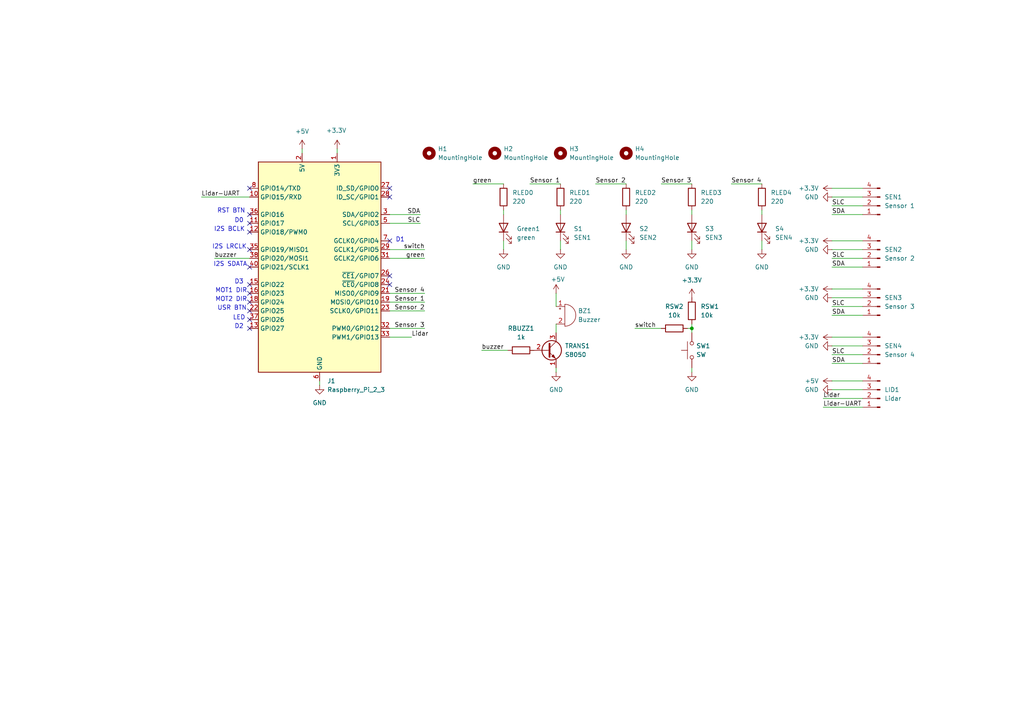
<source format=kicad_sch>
(kicad_sch (version 20231120) (generator "eeschema") (generator_version "8.0")
  (paper "A4")
  (lib_symbols
    (symbol "Connector:Conn_01x04_Pin" (pin_names (offset 1.016) hide)
      (property "Reference" "J" (at 0 5.08 0))
      (property "Value" "Conn_01x04_Pin" (at 0 -7.62 0))
      (symbol "Conn_01x04_Pin_1_1"
        (polyline (pts (xy 1.27 -5.08) (xy 0.8636 -5.08)) (stroke (width 0.1524)))
        (polyline (pts (xy 1.27 -2.54) (xy 0.8636 -2.54)) (stroke (width 0.1524)))
        (polyline (pts (xy 1.27 0) (xy 0.8636 0)) (stroke (width 0.1524)))
        (polyline (pts (xy 1.27 2.54) (xy 0.8636 2.54)) (stroke (width 0.1524)))
        (rectangle (start 0.8636 -4.953) (end 0 -5.207) (stroke (width 0.1524)) (fill (type outline)))
        (rectangle (start 0.8636 -2.413) (end 0 -2.667) (stroke (width 0.1524)) (fill (type outline)))
        (rectangle (start 0.8636 0.127) (end 0 -0.127) (stroke (width 0.1524)) (fill (type outline)))
        (rectangle (start 0.8636 2.667) (end 0 2.413) (stroke (width 0.1524)) (fill (type outline)))
        (pin passive line (at 5.08 2.54 180) (length 3.81) (name "Pin_1") (number "1"))
        (pin passive line (at 5.08 0 180) (length 3.81) (name "Pin_2") (number "2"))
        (pin passive line (at 5.08 -2.54 180) (length 3.81) (name "Pin_3") (number "3"))
        (pin passive line (at 5.08 -5.08 180) (length 3.81) (name "Pin_4") (number "4"))
      )
    )
    (symbol "Connector:Raspberry_Pi_2_3"
      (property "Reference" "J" (at -17.78 31.75 0))
      (property "Value" "Raspberry_Pi_2_3" (at 10.16 -31.75 0))
      (symbol "Raspberry_Pi_2_3_0_1"
        (rectangle (start -17.78 30.48) (end 17.78 -30.48) (stroke (width 0.254)) (fill (type background)))
      )
      (symbol "Raspberry_Pi_2_3_1_1"
        (pin power_in line (at 5.08 33.02 270) (length 2.54) (name "3V3") (number "1"))
        (pin bidirectional line (at -20.32 20.32 0) (length 2.54) (name "GPIO15/RXD") (number "10"))
        (pin bidirectional line (at -20.32 12.7 0) (length 2.54) (name "GPIO17") (number "11"))
        (pin bidirectional line (at -20.32 10.16 0) (length 2.54) (name "GPIO18/PWM0") (number "12"))
        (pin bidirectional line (at -20.32 -17.78 0) (length 2.54) (name "GPIO27") (number "13"))
        (pin passive line (at 0 -33.02 90) (length 2.54) hide (name "GND") (number "14"))
        (pin bidirectional line (at -20.32 -5.08 0) (length 2.54) (name "GPIO22") (number "15"))
        (pin bidirectional line (at -20.32 -7.62 0) (length 2.54) (name "GPIO23") (number "16"))
        (pin passive line (at 5.08 33.02 270) (length 2.54) hide (name "3V3") (number "17"))
        (pin bidirectional line (at -20.32 -10.16 0) (length 2.54) (name "GPIO24") (number "18"))
        (pin bidirectional line (at 20.32 -10.16 180) (length 2.54) (name "MOSI0/GPIO10") (number "19"))
        (pin power_in line (at -5.08 33.02 270) (length 2.54) (name "5V") (number "2"))
        (pin passive line (at 0 -33.02 90) (length 2.54) hide (name "GND") (number "20"))
        (pin bidirectional line (at 20.32 -7.62 180) (length 2.54) (name "MISO0/GPIO9") (number "21"))
        (pin bidirectional line (at -20.32 -12.7 0) (length 2.54) (name "GPIO25") (number "22"))
        (pin bidirectional line (at 20.32 -12.7 180) (length 2.54) (name "SCLK0/GPIO11") (number "23"))
        (pin bidirectional line (at 20.32 -5.08 180) (length 2.54) (name "~{CE0}/GPIO8") (number "24"))
        (pin passive line (at 0 -33.02 90) (length 2.54) hide (name "GND") (number "25"))
        (pin bidirectional line (at 20.32 -2.54 180) (length 2.54) (name "~{CE1}/GPIO7") (number "26"))
        (pin bidirectional line (at 20.32 22.86 180) (length 2.54) (name "ID_SD/GPIO0") (number "27"))
        (pin bidirectional line (at 20.32 20.32 180) (length 2.54) (name "ID_SC/GPIO1") (number "28"))
        (pin bidirectional line (at 20.32 5.08 180) (length 2.54) (name "GCLK1/GPIO5") (number "29"))
        (pin bidirectional line (at 20.32 15.24 180) (length 2.54) (name "SDA/GPIO2") (number "3"))
        (pin passive line (at 0 -33.02 90) (length 2.54) hide (name "GND") (number "30"))
        (pin bidirectional line (at 20.32 2.54 180) (length 2.54) (name "GCLK2/GPIO6") (number "31"))
        (pin bidirectional line (at 20.32 -17.78 180) (length 2.54) (name "PWM0/GPIO12") (number "32"))
        (pin bidirectional line (at 20.32 -20.32 180) (length 2.54) (name "PWM1/GPIO13") (number "33"))
        (pin passive line (at 0 -33.02 90) (length 2.54) hide (name "GND") (number "34"))
        (pin bidirectional line (at -20.32 5.08 0) (length 2.54) (name "GPIO19/MISO1") (number "35"))
        (pin bidirectional line (at -20.32 15.24 0) (length 2.54) (name "GPIO16") (number "36"))
        (pin bidirectional line (at -20.32 -15.24 0) (length 2.54) (name "GPIO26") (number "37"))
        (pin bidirectional line (at -20.32 2.54 0) (length 2.54) (name "GPIO20/MOSI1") (number "38"))
        (pin passive line (at 0 -33.02 90) (length 2.54) hide (name "GND") (number "39"))
        (pin passive line (at -5.08 33.02 270) (length 2.54) hide (name "5V") (number "4"))
        (pin bidirectional line (at -20.32 0 0) (length 2.54) (name "GPIO21/SCLK1") (number "40"))
        (pin bidirectional line (at 20.32 12.7 180) (length 2.54) (name "SCL/GPIO3") (number "5"))
        (pin power_in line (at 0 -33.02 90) (length 2.54) (name "GND") (number "6"))
        (pin bidirectional line (at 20.32 7.62 180) (length 2.54) (name "GCLK0/GPIO4") (number "7"))
        (pin bidirectional line (at -20.32 22.86 0) (length 2.54) (name "GPIO14/TXD") (number "8"))
        (pin passive line (at 0 -33.02 90) (length 2.54) hide (name "GND") (number "9"))
      )
    )
    (symbol "Device:Buzzer" (pin_names (offset 0.0254) hide)
      (property "Reference" "BZ" (at 3.81 1.27 0))
      (property "Value" "Buzzer" (at 3.81 -1.27 0))
      (symbol "Buzzer_0_1"
        (arc (start 0 -3.175) (mid 3.1612 0) (end 0 3.175))
        (polyline (pts (xy -1.651 1.905) (xy -1.143 1.905)))
        (polyline (pts (xy -1.397 2.159) (xy -1.397 1.651)))
        (polyline (pts (xy 0 3.175) (xy 0 -3.175)))
      )
      (symbol "Buzzer_1_1"
        (pin passive line (at -2.54 2.54 0) (length 2.54) (name "+") (number "1"))
        (pin passive line (at -2.54 -2.54 0) (length 2.54) (name "-") (number "2"))
      )
    )
    (symbol "Device:LED" (pin_numbers hide) (pin_names (offset 1.016) hide)
      (property "Reference" "D" (at 0 2.54 0))
      (property "Value" "LED" (at 0 -2.54 0))
      (symbol "LED_0_1"
        (polyline (pts (xy -1.27 -1.27) (xy -1.27 1.27)) (stroke (width 0.254)))
        (polyline (pts (xy -1.27 0) (xy 1.27 0)))
        (polyline (pts (xy 1.27 -1.27) (xy 1.27 1.27) (xy -1.27 0) (xy 1.27 -1.27)) (stroke (width 0.254)))
        (polyline (pts (xy -3.048 -0.762) (xy -4.572 -2.286) (xy -3.81 -2.286) (xy -4.572 -2.286) (xy -4.572 -1.524)))
        (polyline (pts (xy -1.778 -0.762) (xy -3.302 -2.286) (xy -2.54 -2.286) (xy -3.302 -2.286) (xy -3.302 -1.524)))
      )
      (symbol "LED_1_1"
        (pin passive line (at -3.81 0 0) (length 2.54) (name "K") (number "1"))
        (pin passive line (at 3.81 0 180) (length 2.54) (name "A") (number "2"))
      )
    )
    (symbol "Device:R" (pin_numbers hide) (pin_names (offset 0))
      (property "Reference" "R" (at 2.032 0 90))
      (property "Value" "R" (at 0 0 90))
      (symbol "R_0_1"
        (rectangle (start -1.016 -2.54) (end 1.016 2.54) (stroke (width 0.254)))
      )
      (symbol "R_1_1"
        (pin passive line (at 0 3.81 270) (length 1.27) (name "~") (number "1"))
        (pin passive line (at 0 -3.81 90) (length 1.27) (name "~") (number "2"))
      )
    )
    (symbol "Mechanical:MountingHole" (pin_names (offset 1.016)) (exclude_from_sim yes) (in_bom no)
      (property "Reference" "H" (at 0 5.08 0))
      (property "Value" "MountingHole" (at 0 3.175 0))
      (symbol "MountingHole_0_1"
        (circle (center 0 0) (radius 1.27) (stroke (width 1.27)))
      )
    )
    (symbol "Switch:SW_Push" (pin_numbers hide) (pin_names (offset 1.016) hide)
      (property "Reference" "SW" (at 1.27 2.54 0))
      (property "Value" "SW_Push" (at 0 -1.524 0))
      (symbol "SW_Push_0_1"
        (circle (center -2.032 0) (radius 0.508))
        (polyline (pts (xy 0 1.27) (xy 0 3.048)))
        (polyline (pts (xy 2.54 1.27) (xy -2.54 1.27)))
        (circle (center 2.032 0) (radius 0.508))
        (pin passive line (at -5.08 0 0) (length 2.54) (name "1") (number "1"))
        (pin passive line (at 5.08 0 180) (length 2.54) (name "2") (number "2"))
      )
    )
    (symbol "Transistor_BJT:S8050" (pin_names (offset 0) hide)
      (property "Reference" "Q" (at 5.08 1.905 0))
      (property "Value" "S8050" (at 5.08 0 0))
      (symbol "S8050_0_1"
        (polyline (pts (xy 0 0) (xy 0.635 0)))
        (polyline (pts (xy 0.635 0.635) (xy 2.54 2.54)))
        (polyline (pts (xy 0.635 -0.635) (xy 2.54 -2.54) (xy 2.54 -2.54)))
        (polyline (pts (xy 0.635 1.905) (xy 0.635 -1.905) (xy 0.635 -1.905)) (stroke (width 0.508)))
        (polyline (pts (xy 1.27 -1.778) (xy 1.778 -1.27) (xy 2.286 -2.286) (xy 1.27 -1.778) (xy 1.27 -1.778)) (fill (type outline)))
        (circle (center 1.27 0) (radius 2.8194) (stroke (width 0.254)))
      )
      (symbol "S8050_1_1"
        (pin passive line (at 2.54 -5.08 90) (length 2.54) (name "E") (number "1"))
        (pin input line (at -5.08 0 0) (length 5.08) (name "B") (number "2"))
        (pin passive line (at 2.54 5.08 270) (length 2.54) (name "C") (number "3"))
      )
    )
    (symbol "power:+3.3V" (power) (pin_numbers hide) (pin_names (offset 0) hide)
      (property "Value" "+3.3V" (at 0 3.556 0))
      (symbol "+3.3V_0_1"
        (polyline (pts (xy -0.762 1.27) (xy 0 2.54)))
        (polyline (pts (xy 0 0) (xy 0 2.54)))
        (polyline (pts (xy 0 2.54) (xy 0.762 1.27)))
      )
      (symbol "+3.3V_1_1"
        (pin power_in line (at 0 0 90) (length 0) (name "~") (number "1"))
      )
    )
    (symbol "power:+5V" (power) (pin_numbers hide) (pin_names (offset 0) hide)
      (property "Value" "+5V" (at 0 3.556 0))
      (symbol "+5V_0_1"
        (polyline (pts (xy -0.762 1.27) (xy 0 2.54)))
        (polyline (pts (xy 0 0) (xy 0 2.54)))
        (polyline (pts (xy 0 2.54) (xy 0.762 1.27)))
      )
      (symbol "+5V_1_1"
        (pin power_in line (at 0 0 90) (length 0) (name "~") (number "1"))
      )
    )
    (symbol "power:GND" (power) (pin_numbers hide) (pin_names (offset 0) hide)
      (property "Value" "GND" (at 0 -3.81 0))
      (symbol "GND_0_1"
        (polyline (pts (xy 0 0) (xy 0 -1.27) (xy 1.27 -1.27) (xy 0 -2.54) (xy -1.27 -1.27) (xy 0 -1.27)))
      )
      (symbol "GND_1_1"
        (pin power_in line (at 0 0 270) (length 0) (name "~") (number "1"))
      )
    )
  )
  (junction (at 200.66 95.25))
  (no_connect (at 113.03 80.01))
  (no_connect (at 113.03 57.15))
  (no_connect (at 72.39 87.63))
  (no_connect (at 72.39 64.77))
  (no_connect (at 113.03 69.85))
  (no_connect (at 72.39 72.39))
  (no_connect (at 72.39 95.25))
  (no_connect (at 72.39 54.61))
  (no_connect (at 72.39 90.17))
  (no_connect (at 113.03 82.55))
  (no_connect (at 72.39 85.09))
  (no_connect (at 72.39 67.31))
  (no_connect (at 113.03 54.61))
  (no_connect (at 72.39 92.71))
  (no_connect (at 72.39 77.47))
  (no_connect (at 72.39 62.23))
  (no_connect (at 72.39 82.55))
  (wire (pts (xy 200.66 93.98) (xy 200.66 95.25)))
  (wire (pts (xy 241.3 62.23) (xy 250.19 62.23)))
  (wire (pts (xy 181.61 62.23) (xy 181.61 60.96)))
  (wire (pts (xy 113.03 74.93) (xy 123.19 74.93)))
  (wire (pts (xy 200.66 62.23) (xy 200.66 60.96)))
  (wire (pts (xy 241.3 105.41) (xy 250.19 105.41)))
  (wire (pts (xy 139.7 101.6) (xy 147.32 101.6)))
  (wire (pts (xy 161.29 96.52) (xy 161.29 93.98)))
  (wire (pts (xy 113.03 90.17) (xy 123.19 90.17)))
  (wire (pts (xy 113.03 97.79) (xy 119.38 97.79)))
  (wire (pts (xy 241.3 57.15) (xy 250.19 57.15)))
  (wire (pts (xy 200.66 72.39) (xy 200.66 69.85)))
  (wire (pts (xy 199.39 95.25) (xy 200.66 95.25)))
  (wire (pts (xy 154.94 101.6) (xy 153.67 101.6)))
  (wire (pts (xy 241.3 97.79) (xy 250.19 97.79)))
  (wire (pts (xy 146.05 53.34) (xy 137.16 53.34)))
  (wire (pts (xy 162.56 72.39) (xy 162.56 69.85)))
  (wire (pts (xy 113.03 64.77) (xy 121.92 64.77)))
  (wire (pts (xy 241.3 69.85) (xy 250.19 69.85)))
  (wire (pts (xy 241.3 83.82) (xy 250.19 83.82)))
  (wire (pts (xy 87.63 43.18) (xy 87.63 44.45)))
  (wire (pts (xy 146.05 69.85) (xy 146.05 72.39)))
  (wire (pts (xy 220.98 62.23) (xy 220.98 60.96)))
  (wire (pts (xy 146.05 62.23) (xy 146.05 60.96)))
  (wire (pts (xy 113.03 87.63) (xy 123.19 87.63)))
  (wire (pts (xy 200.66 107.95) (xy 200.66 106.68)))
  (wire (pts (xy 241.3 91.44) (xy 250.19 91.44)))
  (wire (pts (xy 161.29 107.95) (xy 161.29 106.68)))
  (wire (pts (xy 97.79 43.18) (xy 97.79 44.45)))
  (wire (pts (xy 250.19 110.49) (xy 241.3 110.49)))
  (wire (pts (xy 241.3 59.69) (xy 250.19 59.69)))
  (wire (pts (xy 241.3 102.87) (xy 250.19 102.87)))
  (wire (pts (xy 162.56 53.34) (xy 153.67 53.34)))
  (wire (pts (xy 113.03 85.09) (xy 123.19 85.09)))
  (wire (pts (xy 58.42 57.15) (xy 72.39 57.15)))
  (wire (pts (xy 162.56 62.23) (xy 162.56 60.96)))
  (wire (pts (xy 200.66 95.25) (xy 200.66 96.52)))
  (wire (pts (xy 62.23 74.93) (xy 72.39 74.93)))
  (wire (pts (xy 241.3 54.61) (xy 250.19 54.61)))
  (wire (pts (xy 241.3 77.47) (xy 250.19 77.47)))
  (wire (pts (xy 181.61 53.34) (xy 172.72 53.34)))
  (wire (pts (xy 241.3 88.9) (xy 250.19 88.9)))
  (wire (pts (xy 241.3 86.36) (xy 250.19 86.36)))
  (wire (pts (xy 241.3 72.39) (xy 250.19 72.39)))
  (wire (pts (xy 241.3 100.33) (xy 250.19 100.33)))
  (wire (pts (xy 113.03 95.25) (xy 123.19 95.25)))
  (wire (pts (xy 241.3 74.93) (xy 250.19 74.93)))
  (wire (pts (xy 220.98 53.34) (xy 212.09 53.34)))
  (wire (pts (xy 200.66 53.34) (xy 191.77 53.34)))
  (wire (pts (xy 181.61 72.39) (xy 181.61 69.85)))
  (wire (pts (xy 220.98 72.39) (xy 220.98 69.85)))
  (wire (pts (xy 92.71 111.76) (xy 92.71 110.49)))
  (wire (pts (xy 250.19 115.57) (xy 238.76 115.57)))
  (wire (pts (xy 113.03 72.39) (xy 123.19 72.39)))
  (wire (pts (xy 184.15 95.25) (xy 191.77 95.25)))
  (wire (pts (xy 250.19 113.03) (xy 241.3 113.03)))
  (wire (pts (xy 113.03 62.23) (xy 121.92 62.23)))
  (wire (pts (xy 161.29 85.09) (xy 161.29 88.9)))
  (wire (pts (xy 250.19 118.11) (xy 238.76 118.11)))
  (text "MOT2 DIR" (at 67.056 86.868 0) (effects (font (size 1.27 1.27))))
  (text "MOT1 DIR" (at 67.056 84.328 0) (effects (font (size 1.27 1.27))))
  (text "I2S BCLK" (at 66.548 66.548 0) (effects (font (size 1.27 1.27))))
  (text "D1" (at 116.078 69.596 0) (effects (font (size 1.27 1.27))))
  (text "USR BTN" (at 67.31 89.408 0) (effects (font (size 1.27 1.27))))
  (text "D0" (at 69.342 64.008 0) (effects (font (size 1.27 1.27))))
  (text "LED" (at 69.342 92.202 0) (effects (font (size 1.27 1.27))))
  (text "I2S LRCLK" (at 66.548 71.628 0) (effects (font (size 1.27 1.27))))
  (text "D2" (at 69.342 94.742 0) (effects (font (size 1.27 1.27))))
  (text "I2S SDATA" (at 66.802 76.708 0) (effects (font (size 1.27 1.27))))
  (text "D3" (at 69.342 81.788 0) (effects (font (size 1.27 1.27))))
  (text "RST BTN" (at 67.056 61.214 0) (effects (font (size 1.27 1.27))))
  (label "Lidar-UART" (at 238.76 118.11 0))
  (label "Sensor 4" (at 123.19 85.09 180))
  (label "Lidar" (at 119.38 97.79 0))
  (label "SDA" (at 241.3 91.44 0))
  (label "green" (at 123.19 74.93 180))
  (label "SLC" (at 241.3 102.87 0))
  (label "Sensor 1" (at 153.67 53.34 0))
  (label "switch" (at 123.19 72.39 180))
  (label "SDA" (at 241.3 77.47 0))
  (label "SLC" (at 241.3 88.9 0))
  (label "Sensor 2" (at 123.19 90.17 180))
  (label "Sensor 2" (at 172.72 53.34 0))
  (label "SDA" (at 121.92 62.23 180))
  (label "SLC" (at 241.3 74.93 0))
  (label "SDA" (at 241.3 62.23 0))
  (label "SLC" (at 121.92 64.77 180))
  (label "Sensor 4" (at 212.09 53.34 0))
  (label "Lidar" (at 238.76 115.57 0))
  (label "buzzer" (at 62.23 74.93 0))
  (label "Lidar-UART" (at 58.42 57.15 0))
  (label "Sensor 1" (at 123.19 87.63 180))
  (label "switch" (at 184.15 95.25 0))
  (label "green" (at 137.16 53.34 0))
  (label "SLC" (at 241.3 59.69 0))
  (label "SDA" (at 241.3 105.41 0))
  (label "Sensor 3" (at 191.77 53.34 0))
  (label "buzzer" (at 139.7 101.6 0))
  (label "Sensor 3" (at 123.19 95.25 180))
  (symbol (lib_id "Device:R") (at 146.05 57.15 0) (unit 1)
    (property "Reference" "RLED0" (at 148.59 55.8799 0) (effects (justify left)))
    (property "Value" "220" (at 148.59 58.4199 0) (effects (justify left)))
    (property "Footprint" "Resistor_THT:R_Axial_DIN0207_L6.3mm_D2.5mm_P10.16mm_Horizontal" (effects (hide yes)))
    (property "Description" "Resistor" (effects (hide yes)))
  )
  (symbol (lib_id "power:GND") (at 220.98 72.39 0) (unit 1)
    (property "Reference" "#PWR020" (effects (hide yes)))
    (property "Value" "GND" (at 220.98 77.47 0))
    (property "Description" "Power symbol creates a global label with name \"GND\" , ground" (effects (hide yes)))
  )
  (symbol (lib_id "Connector:Conn_01x04_Pin") (at 255.27 59.69 180) (unit 1)
    (property "Reference" "SEN1" (at 256.54 57.1499 0) (effects (justify right)))
    (property "Value" "Sensor 1" (at 256.54 59.6899 0) (effects (justify right)))
    (property "Footprint" "Connector_PinHeader_2.54mm:PinHeader_1x04_P2.54mm_Vertical" (effects (hide yes)))
    (property "Description" "Generic connector, single row, 01x04, script generated" (effects (hide yes)))
  )
  (symbol (lib_id "power:GND") (at 200.66 72.39 0) (unit 1)
    (property "Reference" "#PWR06" (effects (hide yes)))
    (property "Value" "GND" (at 200.66 77.47 0))
    (property "Description" "Power symbol creates a global label with name \"GND\" , ground" (effects (hide yes)))
  )
  (symbol (lib_id "Switch:SW_Push") (at 200.66 101.6 90) (unit 1)
    (property "Reference" "SW1" (at 201.93 100.3299 90) (effects (justify right)))
    (property "Value" "SW" (at 201.93 102.8699 90) (effects (justify right)))
    (property "Footprint" "Button_Switch_THT:SW_PUSH-12mm_Wuerth-430476085716" (effects (hide yes)))
    (property "Description" "Push button switch, generic, two pins" (effects (hide yes)))
  )
  (symbol (lib_id "Mechanical:MountingHole") (at 162.56 44.45 0) (unit 1) (exclude_from_sim yes) (in_bom no)
    (property "Reference" "H3" (at 165.1 43.1799 0) (effects (justify left)))
    (property "Value" "MountingHole" (at 165.1 45.7199 0) (effects (justify left)))
    (property "Footprint" "MountingHole:MountingHole_2.7mm_M2.5" (effects (hide yes)))
    (property "Description" "Mounting Hole without connection" (effects (hide yes)))
  )
  (symbol (lib_id "Device:LED") (at 146.05 66.04 90) (unit 1)
    (property "Reference" "Green1" (at 149.86 66.3574 90) (effects (justify right)))
    (property "Value" "green" (at 149.86 68.8974 90) (effects (justify right)))
    (property "Footprint" "LED_THT:LED_D5.0mm" (effects (hide yes)))
    (property "Description" "Light emitting diode" (effects (hide yes)))
  )
  (symbol (lib_id "power:+3.3V") (at 97.79 43.18 0) (unit 1)
    (property "Reference" "#PWR03" (effects (hide yes)))
    (property "Value" "+3.3V" (at 97.536 37.846 0))
    (property "Description" "Power symbol creates a global label with name \"+3.3V\"" (effects (hide yes)))
  )
  (symbol (lib_id "power:GND") (at 146.05 72.39 0) (unit 1)
    (property "Reference" "#PWR07" (effects (hide yes)))
    (property "Value" "GND" (at 146.05 77.47 0))
    (property "Description" "Power symbol creates a global label with name \"GND\" , ground" (effects (hide yes)))
  )
  (symbol (lib_id "power:GND") (at 92.71 111.76 0) (unit 1)
    (property "Reference" "#PWR01" (effects (hide yes)))
    (property "Value" "GND" (at 92.71 116.84 0))
    (property "Description" "Power symbol creates a global label with name \"GND\" , ground" (effects (hide yes)))
  )
  (symbol (lib_id "power:GND") (at 241.3 100.33 270) (unit 1)
    (property "Reference" "#PWR019" (effects (hide yes)))
    (property "Value" "GND" (at 237.49 100.3299 90) (effects (justify right)))
    (property "Description" "Power symbol creates a global label with name \"GND\" , ground" (effects (hide yes)))
  )
  (symbol (lib_id "power:GND") (at 241.3 57.15 270) (unit 1)
    (property "Reference" "#PWR013" (effects (hide yes)))
    (property "Value" "GND" (at 237.49 57.1499 90) (effects (justify right)))
    (property "Description" "Power symbol creates a global label with name \"GND\" , ground" (effects (hide yes)))
  )
  (symbol (lib_id "power:+5V") (at 87.63 43.18 0) (unit 1)
    (property "Reference" "#PWR02" (effects (hide yes)))
    (property "Value" "+5V" (at 87.63 38.1 0))
    (property "Description" "Power symbol creates a global label with name \"+5V\"" (effects (hide yes)))
  )
  (symbol (lib_id "power:+3.3V") (at 241.3 54.61 90) (unit 1)
    (property "Reference" "#PWR012" (effects (hide yes)))
    (property "Value" "+3.3V" (at 237.49 54.6099 90) (effects (justify left)))
    (property "Description" "Power symbol creates a global label with name \"+3.3V\"" (effects (hide yes)))
  )
  (symbol (lib_id "Connector:Conn_01x04_Pin") (at 255.27 88.9 180) (unit 1)
    (property "Reference" "SEN3" (at 256.54 86.3599 0) (effects (justify right)))
    (property "Value" "Sensor 3" (at 256.54 88.8999 0) (effects (justify right)))
    (property "Footprint" "Connector_PinHeader_2.54mm:PinHeader_1x04_P2.54mm_Vertical" (effects (hide yes)))
    (property "Description" "Generic connector, single row, 01x04, script generated" (effects (hide yes)))
  )
  (symbol (lib_id "Device:LED") (at 220.98 66.04 90) (unit 1)
    (property "Reference" "S4" (at 224.79 66.3574 90) (effects (justify right)))
    (property "Value" "SEN4" (at 224.79 68.8974 90) (effects (justify right)))
    (property "Footprint" "LED_THT:LED_D5.0mm" (effects (hide yes)))
    (property "Description" "Light emitting diode" (effects (hide yes)))
  )
  (symbol (lib_id "Device:LED") (at 181.61 66.04 90) (unit 1)
    (property "Reference" "S2" (at 185.42 66.3574 90) (effects (justify right)))
    (property "Value" "SEN2" (at 185.42 68.8974 90) (effects (justify right)))
    (property "Footprint" "LED_THT:LED_D5.0mm" (effects (hide yes)))
    (property "Description" "Light emitting diode" (effects (hide yes)))
  )
  (symbol (lib_id "Device:R") (at 151.13 101.6 90) (unit 1)
    (property "Reference" "RBUZZ1" (at 151.13 95.25 90))
    (property "Value" "1k" (at 151.13 97.79 90))
    (property "Footprint" "Resistor_THT:R_Axial_DIN0207_L6.3mm_D2.5mm_P10.16mm_Horizontal" (effects (hide yes)))
    (property "Description" "Resistor" (effects (hide yes)))
  )
  (symbol (lib_id "Connector:Conn_01x04_Pin") (at 255.27 74.93 180) (unit 1)
    (property "Reference" "SEN2" (at 256.54 72.3899 0) (effects (justify right)))
    (property "Value" "Sensor 2" (at 256.54 74.9299 0) (effects (justify right)))
    (property "Footprint" "Connector_PinHeader_2.54mm:PinHeader_1x04_P2.54mm_Vertical" (effects (hide yes)))
    (property "Description" "Generic connector, single row, 01x04, script generated" (effects (hide yes)))
  )
  (symbol (lib_id "Mechanical:MountingHole") (at 181.61 44.45 0) (unit 1) (exclude_from_sim yes) (in_bom no)
    (property "Reference" "H4" (at 184.15 43.1799 0) (effects (justify left)))
    (property "Value" "MountingHole" (at 184.15 45.7199 0) (effects (justify left)))
    (property "Footprint" "MountingHole:MountingHole_2.7mm_M2.5" (effects (hide yes)))
    (property "Description" "Mounting Hole without connection" (effects (hide yes)))
  )
  (symbol (lib_id "power:+3.3V") (at 241.3 97.79 90) (unit 1)
    (property "Reference" "#PWR018" (effects (hide yes)))
    (property "Value" "+3.3V" (at 237.49 97.7899 90) (effects (justify left)))
    (property "Description" "Power symbol creates a global label with name \"+3.3V\"" (effects (hide yes)))
  )
  (symbol (lib_id "power:+3.3V") (at 241.3 69.85 90) (unit 1)
    (property "Reference" "#PWR014" (effects (hide yes)))
    (property "Value" "+3.3V" (at 237.49 69.8499 90) (effects (justify left)))
    (property "Description" "Power symbol creates a global label with name \"+3.3V\"" (effects (hide yes)))
  )
  (symbol (lib_id "power:GND") (at 181.61 72.39 0) (unit 1)
    (property "Reference" "#PWR04" (effects (hide yes)))
    (property "Value" "GND" (at 181.61 77.47 0))
    (property "Description" "Power symbol creates a global label with name \"GND\" , ground" (effects (hide yes)))
  )
  (symbol (lib_id "Connector:Conn_01x04_Pin") (at 255.27 115.57 180) (unit 1)
    (property "Reference" "LID1" (at 256.54 113.0299 0) (effects (justify right)))
    (property "Value" "Lidar" (at 256.54 115.5699 0) (effects (justify right)))
    (property "Footprint" "Connector_JST:JST_PH_B4B-PH-K_1x04_P2.00mm_Vertical" (effects (hide yes)))
    (property "Description" "Generic connector, single row, 01x04, script generated" (effects (hide yes)))
  )
  (symbol (lib_id "power:+3.3V") (at 200.66 86.36 0) (unit 1)
    (property "Reference" "#PWR010" (effects (hide yes)))
    (property "Value" "+3.3V" (at 200.66 81.28 0))
    (property "Description" "Power symbol creates a global label with name \"+3.3V\"" (effects (hide yes)))
  )
  (symbol (lib_id "Device:R") (at 200.66 90.17 0) (unit 1)
    (property "Reference" "RSW1" (at 203.2 88.8999 0) (effects (justify left)))
    (property "Value" "10k" (at 203.2 91.4399 0) (effects (justify left)))
    (property "Footprint" "Resistor_THT:R_Axial_DIN0207_L6.3mm_D2.5mm_P10.16mm_Horizontal" (effects (hide yes)))
    (property "Description" "Resistor" (effects (hide yes)))
  )
  (symbol (lib_id "Device:R") (at 162.56 57.15 0) (unit 1)
    (property "Reference" "RLED1" (at 165.1 55.8799 0) (effects (justify left)))
    (property "Value" "220" (at 165.1 58.4199 0) (effects (justify left)))
    (property "Footprint" "Resistor_THT:R_Axial_DIN0207_L6.3mm_D2.5mm_P10.16mm_Horizontal" (effects (hide yes)))
    (property "Description" "Resistor" (effects (hide yes)))
  )
  (symbol (lib_id "Device:LED") (at 162.56 66.04 90) (unit 1)
    (property "Reference" "S1" (at 166.37 66.3574 90) (effects (justify right)))
    (property "Value" "SEN1" (at 166.37 68.8974 90) (effects (justify right)))
    (property "Footprint" "LED_THT:LED_D5.0mm" (effects (hide yes)))
    (property "Description" "Light emitting diode" (effects (hide yes)))
  )
  (symbol (lib_id "power:GND") (at 162.56 72.39 0) (unit 1)
    (property "Reference" "#PWR05" (effects (hide yes)))
    (property "Value" "GND" (at 162.56 77.47 0))
    (property "Description" "Power symbol creates a global label with name \"GND\" , ground" (effects (hide yes)))
  )
  (symbol (lib_id "Device:R") (at 220.98 57.15 0) (unit 1)
    (property "Reference" "RLED4" (at 223.52 55.8799 0) (effects (justify left)))
    (property "Value" "220" (at 223.52 58.4199 0) (effects (justify left)))
    (property "Footprint" "Resistor_THT:R_Axial_DIN0207_L6.3mm_D2.5mm_P10.16mm_Horizontal" (effects (hide yes)))
    (property "Description" "Resistor" (effects (hide yes)))
  )
  (symbol (lib_id "Connector:Raspberry_Pi_2_3") (at 92.71 77.47 0) (unit 1)
    (property "Reference" "J1" (at 94.9041 110.49 0) (effects (justify left)))
    (property "Value" "Raspberry_Pi_2_3" (at 94.9041 113.03 0) (effects (justify left)))
    (property "Footprint" "Connector_PinHeader_2.54mm:PinHeader_2x20_P2.54mm_Vertical" (effects (hide yes)))
    (property "Datasheet" "https://www.raspberrypi.org/documentation/hardware/raspberrypi/schematics/rpi_SCH_3bplus_1p0_reduced.pdf" (effects (hide yes)))
    (property "Description" "expansion header for Raspberry Pi 2 & 3" (effects (hide yes)))
  )
  (symbol (lib_id "power:GND") (at 161.29 107.95 0) (unit 1)
    (property "Reference" "#PWR08" (effects (hide yes)))
    (property "Value" "GND" (at 161.29 113.03 0))
    (property "Description" "Power symbol creates a global label with name \"GND\" , ground" (effects (hide yes)))
  )
  (symbol (lib_id "Mechanical:MountingHole") (at 143.51 44.45 0) (unit 1) (exclude_from_sim yes) (in_bom no)
    (property "Reference" "H2" (at 146.05 43.1799 0) (effects (justify left)))
    (property "Value" "MountingHole" (at 146.05 45.7199 0) (effects (justify left)))
    (property "Footprint" "MountingHole:MountingHole_2.7mm_M2.5" (effects (hide yes)))
    (property "Description" "Mounting Hole without connection" (effects (hide yes)))
  )
  (symbol (lib_id "Connector:Conn_01x04_Pin") (at 255.27 102.87 180) (unit 1)
    (property "Reference" "SEN4" (at 256.54 100.3299 0) (effects (justify right)))
    (property "Value" "Sensor 4" (at 256.54 102.8699 0) (effects (justify right)))
    (property "Footprint" "Connector_PinHeader_2.54mm:PinHeader_1x04_P2.54mm_Vertical" (effects (hide yes)))
    (property "Description" "Generic connector, single row, 01x04, script generated" (effects (hide yes)))
  )
  (symbol (lib_id "Device:R") (at 181.61 57.15 0) (unit 1)
    (property "Reference" "RLED2" (at 184.15 55.8799 0) (effects (justify left)))
    (property "Value" "220" (at 184.15 58.4199 0) (effects (justify left)))
    (property "Footprint" "Resistor_THT:R_Axial_DIN0207_L6.3mm_D2.5mm_P10.16mm_Horizontal" (effects (hide yes)))
    (property "Description" "Resistor" (effects (hide yes)))
  )
  (symbol (lib_id "power:+3.3V") (at 241.3 83.82 90) (unit 1)
    (property "Reference" "#PWR016" (effects (hide yes)))
    (property "Value" "+3.3V" (at 237.49 83.8199 90) (effects (justify left)))
    (property "Description" "Power symbol creates a global label with name \"+3.3V\"" (effects (hide yes)))
  )
  (symbol (lib_id "Device:LED") (at 200.66 66.04 90) (unit 1)
    (property "Reference" "S3" (at 204.47 66.3574 90) (effects (justify right)))
    (property "Value" "SEN3" (at 204.47 68.8974 90) (effects (justify right)))
    (property "Footprint" "LED_THT:LED_D5.0mm" (effects (hide yes)))
    (property "Description" "Light emitting diode" (effects (hide yes)))
  )
  (symbol (lib_id "Device:R") (at 200.66 57.15 0) (unit 1)
    (property "Reference" "RLED3" (at 203.2 55.8799 0) (effects (justify left)))
    (property "Value" "220" (at 203.2 58.4199 0) (effects (justify left)))
    (property "Footprint" "Resistor_THT:R_Axial_DIN0207_L6.3mm_D2.5mm_P10.16mm_Horizontal" (effects (hide yes)))
    (property "Description" "Resistor" (effects (hide yes)))
  )
  (symbol (lib_id "power:GND") (at 200.66 107.95 0) (unit 1)
    (property "Reference" "#PWR09" (effects (hide yes)))
    (property "Value" "GND" (at 200.66 113.03 0))
    (property "Description" "Power symbol creates a global label with name \"GND\" , ground" (effects (hide yes)))
  )
  (symbol (lib_id "Device:Buzzer") (at 163.83 91.44 0) (unit 1)
    (property "Reference" "BZ1" (at 167.64 90.1699 0) (effects (justify left)))
    (property "Value" "Buzzer" (at 167.64 92.7099 0) (effects (justify left)))
    (property "Footprint" "Buzzer_Beeper:MagneticBuzzer_ProSignal_ABI-010-RC" (effects (hide yes)))
    (property "Description" "Buzzer, polarized" (effects (hide yes)))
  )
  (symbol (lib_id "Transistor_BJT:S8050") (at 158.75 101.6 0) (unit 1)
    (property "Reference" "TRANS1" (at 163.83 100.3299 0) (effects (justify left)))
    (property "Value" "S8050" (at 163.83 102.8699 0) (effects (justify left)))
    (property "Footprint" "Package_TO_SOT_THT:TO-92_Inline" (effects (hide yes)))
    (property "Datasheet" "http://www.unisonic.com.tw/datasheet/S8050.pdf" (effects (hide yes)))
    (property "Description" "0.7A Ic, 20V Vce, Low Voltage High Current NPN Transistor, TO-92" (effects (hide yes)))
  )
  (symbol (lib_id "Device:R") (at 195.58 95.25 90) (unit 1)
    (property "Reference" "RSW2" (at 195.58 88.9 90))
    (property "Value" "10k" (at 195.58 91.44 90))
    (property "Footprint" "Resistor_THT:R_Axial_DIN0207_L6.3mm_D2.5mm_P10.16mm_Horizontal" (effects (hide yes)))
    (property "Description" "Resistor" (effects (hide yes)))
  )
  (symbol (lib_id "power:GND") (at 241.3 86.36 270) (unit 1)
    (property "Reference" "#PWR017" (effects (hide yes)))
    (property "Value" "GND" (at 237.49 86.3599 90) (effects (justify right)))
    (property "Description" "Power symbol creates a global label with name \"GND\" , ground" (effects (hide yes)))
  )
  (symbol (lib_id "power:GND") (at 241.3 72.39 270) (unit 1)
    (property "Reference" "#PWR015" (effects (hide yes)))
    (property "Value" "GND" (at 237.49 72.3899 90) (effects (justify right)))
    (property "Description" "Power symbol creates a global label with name \"GND\" , ground" (effects (hide yes)))
  )
  (symbol (lib_id "power:+5V") (at 241.3 110.49 90) (unit 1)
    (property "Reference" "#PWR022" (effects (hide yes)))
    (property "Value" "+5V" (at 237.49 110.4901 90) (effects (justify left)))
    (property "Description" "Power symbol creates a global label with name \"+5V\"" (effects (hide yes)))
  )
  (symbol (lib_id "power:GND") (at 241.3 113.03 270) (unit 1)
    (property "Reference" "#PWR021" (effects (hide yes)))
    (property "Value" "GND" (at 237.49 113.0301 90) (effects (justify right)))
    (property "Description" "Power symbol creates a global label with name \"GND\" , ground" (effects (hide yes)))
  )
  (symbol (lib_id "power:+5V") (at 161.29 85.09 0) (unit 1)
    (property "Reference" "#PWR011" (effects (hide yes)))
    (property "Value" "+5V" (at 161.798 81.026 0))
    (property "Description" "Power symbol creates a global label with name \"+5V\"" (effects (hide yes)))
  )
  (symbol (lib_id "Mechanical:MountingHole") (at 124.46 44.45 0) (unit 1) (exclude_from_sim yes) (in_bom no)
    (property "Reference" "H1" (at 127 43.1799 0) (effects (justify left)))
    (property "Value" "MountingHole" (at 127 45.7199 0) (effects (justify left)))
    (property "Footprint" "MountingHole:MountingHole_2.7mm_M2.5" (effects (hide yes)))
    (property "Description" "Mounting Hole without connection" (effects (hide yes)))
  )
)
</source>
